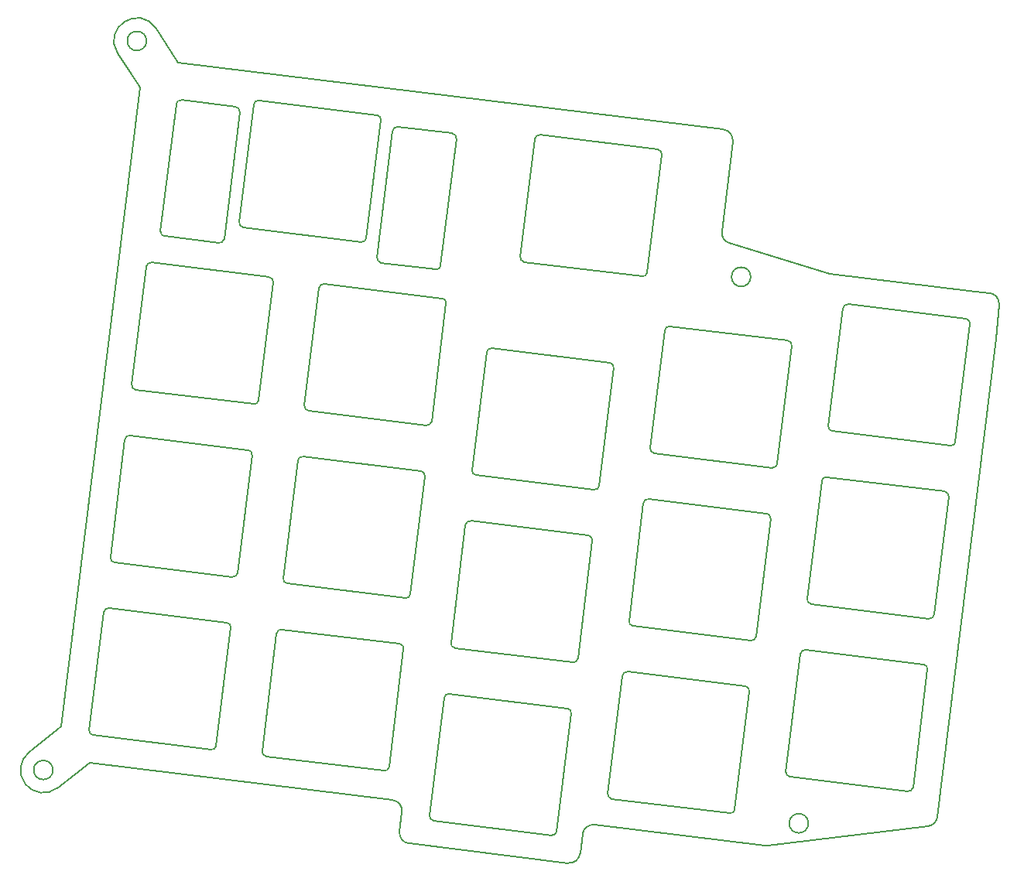
<source format=gm1>
G04 #@! TF.GenerationSoftware,KiCad,Pcbnew,(5.1.2-1)-1*
G04 #@! TF.CreationDate,2020-03-14T19:43:17-05:00*
G04 #@! TF.ProjectId,LeChiffre_Plate,4c654368-6966-4667-9265-5f506c617465,rev?*
G04 #@! TF.SameCoordinates,Original*
G04 #@! TF.FileFunction,Profile,NP*
%FSLAX46Y46*%
G04 Gerber Fmt 4.6, Leading zero omitted, Abs format (unit mm)*
G04 Created by KiCad (PCBNEW (5.1.2-1)-1) date 2020-03-14 19:43:17*
%MOMM*%
%LPD*%
G04 APERTURE LIST*
%ADD10C,0.200000*%
G04 APERTURE END LIST*
D10*
X153029387Y-137725856D02*
X135659830Y-135593142D01*
X199107415Y-75325961D02*
G75*
G02X200197754Y-76626408I-105054J-1195393D01*
G01*
X156446929Y-96433361D02*
G75*
G02X155889721Y-96868699I-496273J60935D01*
G01*
X142986621Y-95284398D02*
X155889721Y-96868699D01*
X142986622Y-95284397D02*
G75*
G02X142551283Y-94727190I60934J496273D01*
G01*
X144135584Y-81824090D02*
X142551283Y-94727190D01*
X134433858Y-57145295D02*
X140389135Y-57876511D01*
X133876650Y-57580633D02*
G75*
G02X134433858Y-57145295I496273J-60935D01*
G01*
X124659020Y-88235786D02*
X137562120Y-89820087D01*
X124659020Y-88235785D02*
G75*
G02X124223681Y-87678578I60934J496273D01*
G01*
X125807983Y-74775478D02*
X124223681Y-87678578D01*
X107975566Y-46387569D02*
X110405494Y-50115778D01*
X138561094Y-72764703D02*
X132605817Y-72033487D01*
X139118302Y-72329365D02*
G75*
G02X138561094Y-72764703I-496273J60935D01*
G01*
X170022197Y-57435789D02*
G75*
G02X171067009Y-58773087I-146243J-1191055D01*
G01*
X179336255Y-133375719D02*
G75*
G03X179336255Y-133375719I-1050000J0D01*
G01*
X147816797Y-71382386D02*
X149401099Y-58479286D01*
X148252135Y-71939594D02*
G75*
G02X147816797Y-71382386I60935J496273D01*
G01*
X105136410Y-51188504D02*
X103786736Y-49117716D01*
X154624135Y-134584290D02*
G75*
G02X155961433Y-133539478I1191055J-146243D01*
G01*
X170700281Y-69875636D02*
G75*
G02X169862554Y-68582589I353328J1146804D01*
G01*
X175378128Y-94463309D02*
X162475028Y-92879008D01*
X175935336Y-94027971D02*
G75*
G02X175378128Y-94463309I-496273J60935D01*
G01*
X177519637Y-81124871D02*
X175935336Y-94027971D01*
X177084299Y-80567663D02*
G75*
G02X177519637Y-81124871I-60935J-496273D01*
G01*
X164181199Y-78983361D02*
X177084299Y-80567663D01*
X163623991Y-79418699D02*
G75*
G02X164181199Y-78983361I496273J-60935D01*
G01*
X162039690Y-92321800D02*
X163623991Y-79418700D01*
X162475029Y-92879007D02*
G75*
G02X162039690Y-92321800I60934J496273D01*
G01*
X194866535Y-92057919D02*
X181963435Y-90473617D01*
X195423743Y-91622581D02*
G75*
G02X194866535Y-92057919I-496273J60935D01*
G01*
X197008044Y-78719481D02*
X195423743Y-91622581D01*
X196572706Y-78162273D02*
G75*
G02X197008044Y-78719481I-60935J-496273D01*
G01*
X183669606Y-76577971D02*
X196572706Y-78162273D01*
X183112398Y-77013309D02*
G75*
G02X183669606Y-76577971I496273J-60935D01*
G01*
X181528097Y-89916410D02*
X183112398Y-77013310D01*
X181963436Y-90473617D02*
G75*
G02X181528097Y-89916410I60934J496273D01*
G01*
X110735826Y-54235542D02*
X116691103Y-54966758D01*
X110178618Y-54670880D02*
G75*
G02X110735826Y-54235542I496273J-60935D01*
G01*
X108472447Y-68566527D02*
X110178618Y-54670881D01*
X108907785Y-69123735D02*
G75*
G02X108472447Y-68566527I60935J496273D01*
G01*
X114863062Y-69854951D02*
X108907786Y-69123735D01*
X115420270Y-69419613D02*
G75*
G02X114863062Y-69854951I-496273J60935D01*
G01*
X117126441Y-55523966D02*
X115420270Y-69419612D01*
X116691103Y-54966758D02*
G75*
G02X117126441Y-55523966I-60935J-496273D01*
G01*
X130429729Y-69751277D02*
X117526629Y-68166976D01*
X130986936Y-69315938D02*
G75*
G02X130429729Y-69751277I-496273J60934D01*
G01*
X132571238Y-56412839D02*
X130986936Y-69315939D01*
X132135900Y-55855631D02*
G75*
G02X132571238Y-56412839I-60935J-496273D01*
G01*
X119232799Y-54271330D02*
X132135899Y-55855631D01*
X118675592Y-54706669D02*
G75*
G02X119232799Y-54271330I496273J-60934D01*
G01*
X117091290Y-67609768D02*
X118675592Y-54706668D01*
X117526628Y-68166976D02*
G75*
G02X117091290Y-67609768I60935J496273D01*
G01*
X190223313Y-129873927D02*
X177320213Y-128289626D01*
X190780521Y-129438589D02*
G75*
G02X190223313Y-129873927I-496273J60935D01*
G01*
X192364822Y-116535489D02*
X190780521Y-129438589D01*
X191929484Y-115978281D02*
G75*
G02X192364822Y-116535489I-60935J-496273D01*
G01*
X179026384Y-114393980D02*
X191929484Y-115978281D01*
X178469176Y-114829318D02*
G75*
G02X179026384Y-114393980I496273J-60935D01*
G01*
X176884875Y-127732418D02*
X178469176Y-114829318D01*
X177320213Y-128289626D02*
G75*
G02X176884875Y-127732418I60935J496273D01*
G01*
X161155235Y-73523895D02*
X148252135Y-71939594D01*
X161712443Y-73088557D02*
G75*
G02X161155235Y-73523895I-496273J60935D01*
G01*
X153568110Y-115776703D02*
X140665010Y-114192402D01*
X154125318Y-115341365D02*
G75*
G02X153568110Y-115776703I-496273J60935D01*
G01*
X155709619Y-102438265D02*
X154125318Y-115341365D01*
X155274281Y-101881057D02*
G75*
G02X155709619Y-102438265I-60935J-496273D01*
G01*
X142371181Y-100296756D02*
X155274281Y-101881057D01*
X141813973Y-100732094D02*
G75*
G02X142371181Y-100296756I496273J-60935D01*
G01*
X140229672Y-113635194D02*
X141813973Y-100732094D01*
X115717065Y-111418838D02*
G75*
G02X116152403Y-111976046I-60935J-496273D01*
G01*
X102813964Y-109834537D02*
X115717064Y-111418838D01*
X102256757Y-110269876D02*
G75*
G02X102813964Y-109834537I496273J-60934D01*
G01*
X100672455Y-123172975D02*
X102256757Y-110269875D01*
X101107793Y-123730183D02*
G75*
G02X100672455Y-123172975I60935J496273D01*
G01*
X144135583Y-81824090D02*
G75*
G02X144692792Y-81388751I496274J-60935D01*
G01*
X157595892Y-82973053D02*
X144692792Y-81388751D01*
X157595892Y-82973053D02*
G75*
G02X158031230Y-83530261I-60935J-496273D01*
G01*
X156446929Y-96433361D02*
X158031230Y-83530261D01*
X181698972Y-73264313D02*
X196934555Y-75135007D01*
X154624135Y-134584290D02*
X154366686Y-136681044D01*
X134615017Y-134255844D02*
X134872466Y-132159090D01*
X97634420Y-122808742D02*
X106222863Y-52861494D01*
X173028049Y-73568171D02*
G75*
G03X173028049Y-73568171I-1050000J0D01*
G01*
X154366686Y-136681043D02*
G75*
G02X153029387Y-137725856I-1191056J146243D01*
G01*
X151803707Y-134249369D02*
G75*
G02X151246499Y-134684707I-496273J60935D01*
G01*
X138343399Y-133100406D02*
X151246499Y-134684707D01*
X138343399Y-133100406D02*
G75*
G02X137908061Y-132543198I60935J496273D01*
G01*
X140665010Y-114192402D02*
G75*
G02X140229672Y-113635194I60935J496273D01*
G01*
X139492362Y-119640098D02*
G75*
G02X140049570Y-119204760I496273J-60935D01*
G01*
X152952670Y-120789061D02*
X140049570Y-119204760D01*
X152952670Y-120789061D02*
G75*
G02X153388008Y-121346269I-60935J-496273D01*
G01*
X151803707Y-134249369D02*
X153388008Y-121346269D01*
X170700281Y-69875636D02*
X181698972Y-73264313D01*
X110405494Y-50115778D02*
X170022197Y-57435788D01*
X105315677Y-85356967D02*
X106899979Y-72453867D01*
X105751016Y-85914174D02*
G75*
G02X105315677Y-85356967I60934J496273D01*
G01*
X102994066Y-104264971D02*
X104578368Y-91361871D01*
X103429404Y-104822179D02*
G75*
G02X102994066Y-104264971I60935J496273D01*
G01*
X132918898Y-127636095D02*
X120015798Y-126051794D01*
X133476105Y-127200756D02*
G75*
G02X132918898Y-127636095I-496273J60934D01*
G01*
X122337408Y-107143790D02*
G75*
G02X121902070Y-106586582I60935J496273D01*
G01*
X161302380Y-98326704D02*
G75*
G02X161859588Y-97891366I496273J-60935D01*
G01*
X174762688Y-99475667D02*
X161859588Y-97891366D01*
X174762688Y-99475667D02*
G75*
G02X175198026Y-100032875I-60935J-496273D01*
G01*
X118654116Y-87498476D02*
X105751016Y-85914175D01*
X119211323Y-87063137D02*
G75*
G02X118654116Y-87498476I-496273J60934D01*
G01*
X132170479Y-71476279D02*
X133876650Y-57580633D01*
X132605817Y-72033487D02*
G75*
G02X132170479Y-71476279I60935J496273D01*
G01*
X118038676Y-92510834D02*
G75*
G02X118474014Y-93068042I-60935J-496273D01*
G01*
X105135575Y-90926533D02*
X118038675Y-92510834D01*
X104578368Y-91361872D02*
G75*
G02X105135575Y-90926533I496273J-60934D01*
G01*
X193102132Y-110530585D02*
G75*
G02X192544924Y-110965923I-496273J60935D01*
G01*
X194686433Y-97627485D02*
X193102132Y-110530585D01*
X194251095Y-97070277D02*
G75*
G02X194686433Y-97627485I-60935J-496273D01*
G01*
X181347995Y-95485976D02*
X194251095Y-97070277D01*
X180790787Y-95921314D02*
G75*
G02X181347995Y-95485976I496273J-60935D01*
G01*
X179206486Y-108824414D02*
X180790787Y-95921314D01*
X179641824Y-109381622D02*
G75*
G02X179206486Y-108824414I60935J496273D01*
G01*
X200197754Y-76626408D02*
X199869570Y-80360786D01*
X120795625Y-74160038D02*
X119211323Y-87063138D01*
X120360287Y-73602830D02*
G75*
G02X120795625Y-74160038I-60935J-496273D01*
G01*
X97187296Y-129512601D02*
G75*
G02X94102458Y-125577659I-1542419J1967471D01*
G01*
X173613725Y-112935975D02*
X175198026Y-100032875D01*
X173613725Y-112935975D02*
G75*
G02X173056517Y-113371313I-496273J60935D01*
G01*
X160153417Y-111787012D02*
X173056517Y-113371313D01*
X94102458Y-125577659D02*
X97634420Y-122808742D01*
X133827654Y-130821791D02*
X100709676Y-126755415D01*
X174892408Y-135828337D02*
G75*
G02X174601310Y-135828167I-144854J1191226D01*
G01*
X133827654Y-130821792D02*
G75*
G02X134872466Y-132159090I-146243J-1191055D01*
G01*
X96694877Y-127545130D02*
G75*
G03X96694877Y-127545130I-1050000J0D01*
G01*
X106931151Y-47752643D02*
G75*
G03X106931151Y-47752643I-1050000J0D01*
G01*
X114010894Y-125314484D02*
X101107794Y-123730183D01*
X114568101Y-124879145D02*
G75*
G02X114010894Y-125314484I-496273J60934D01*
G01*
X116152403Y-111976046D02*
X114568101Y-124879146D01*
X99132573Y-127987583D02*
X97187296Y-129512602D01*
X140824473Y-58433719D02*
X139118302Y-72329365D01*
X140389135Y-57876511D02*
G75*
G02X140824473Y-58433719I-60935J-496273D01*
G01*
X149958306Y-58043948D02*
X162861406Y-59628249D01*
X149401099Y-58479287D02*
G75*
G02X149958306Y-58043948I496273J-60934D01*
G01*
X106222863Y-52861494D02*
X105136410Y-51188504D01*
X136946680Y-94832445D02*
G75*
G02X137382018Y-95389653I-60935J-496273D01*
G01*
X124043580Y-93248144D02*
X136946680Y-94832445D01*
X123486372Y-93683482D02*
G75*
G02X124043580Y-93248144I496273J-60935D01*
G01*
X121902070Y-106586582D02*
X123486372Y-93683482D01*
X172876415Y-118940879D02*
X171292114Y-131843979D01*
X172441077Y-118383671D02*
G75*
G02X172876415Y-118940879I-60935J-496273D01*
G01*
X159537977Y-116799370D02*
X172441077Y-118383671D01*
X100709676Y-126755415D02*
X99132573Y-127987583D01*
X121164761Y-112591486D02*
G75*
G02X121721969Y-112156148I496273J-60935D01*
G01*
X119580459Y-125494586D02*
X121164761Y-112591486D01*
X120015797Y-126051794D02*
G75*
G02X119580459Y-125494586I60935J496273D01*
G01*
X135240509Y-108728091D02*
X122337409Y-107143790D01*
X135797716Y-108292752D02*
G75*
G02X135240509Y-108728091I-496273J60934D01*
G01*
X137382018Y-95389653D02*
X135797717Y-108292753D01*
X139268291Y-75924441D02*
X126365191Y-74340139D01*
X139268291Y-75924441D02*
G75*
G02X139703629Y-76481649I-60935J-496273D01*
G01*
X138119328Y-89384749D02*
X139703629Y-76481649D01*
X138119327Y-89384748D02*
G75*
G02X137562120Y-89820087I-496273J60934D01*
G01*
X171067009Y-58773087D02*
X169862554Y-68582589D01*
X139492362Y-119640098D02*
X137908061Y-132543198D01*
X170734906Y-132279317D02*
X157831806Y-130695016D01*
X171292114Y-131843979D02*
G75*
G02X170734906Y-132279317I-496273J60935D01*
G01*
X192402559Y-133699073D02*
X174892409Y-135828336D01*
X174601310Y-135828167D02*
X155961433Y-133539478D01*
X103786736Y-49117717D02*
G75*
G02X107975566Y-46387569I2094415J1365074D01*
G01*
X158980769Y-117234708D02*
G75*
G02X159537977Y-116799370I496273J-60935D01*
G01*
X157396468Y-130137808D02*
X158980769Y-117234708D01*
X157831806Y-130695016D02*
G75*
G02X157396468Y-130137808I60935J496273D01*
G01*
X192544924Y-110965923D02*
X179641824Y-109381622D01*
X107457186Y-72018528D02*
X120360286Y-73602830D01*
X106899979Y-72453867D02*
G75*
G02X107457186Y-72018528I496273J-60934D01*
G01*
X163296745Y-60185457D02*
X161712443Y-73088557D01*
X162861407Y-59628249D02*
G75*
G02X163296745Y-60185457I-60935J-496273D01*
G01*
X160153417Y-111787012D02*
G75*
G02X159718079Y-111229804I60935J496273D01*
G01*
X161302380Y-98326704D02*
X159718079Y-111229804D01*
X125807983Y-74775477D02*
G75*
G02X126365191Y-74340139I496273J-60935D01*
G01*
X199869570Y-80360786D02*
X193448760Y-132654091D01*
X193448759Y-132654091D02*
G75*
G02X192402559Y-133699073I-1191055J146243D01*
G01*
X135060407Y-114297657D02*
X133476106Y-127200757D01*
X134625069Y-113740449D02*
G75*
G02X135060407Y-114297657I-60935J-496273D01*
G01*
X121721969Y-112156148D02*
X134625069Y-113740449D01*
X116332505Y-106406480D02*
X103429405Y-104822179D01*
X116889712Y-105971141D02*
G75*
G02X116332505Y-106406480I-496273J60934D01*
G01*
X118474014Y-93068042D02*
X116889712Y-105971142D01*
X196934555Y-75135007D02*
X199107414Y-75325962D01*
X135659830Y-135593143D02*
G75*
G02X134615017Y-134255844I146243J1191056D01*
G01*
M02*

</source>
